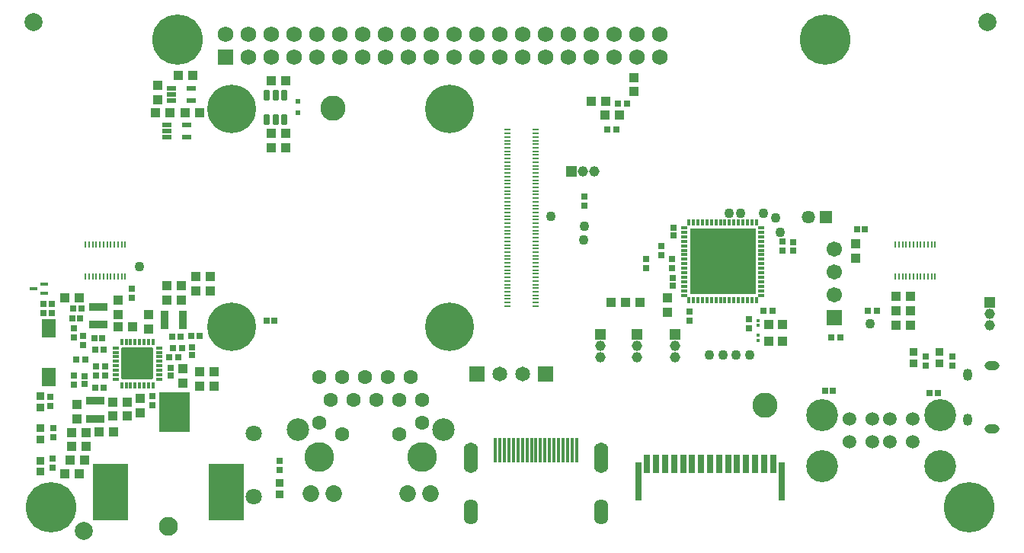
<source format=gts>
G04*
G04 #@! TF.GenerationSoftware,Altium Limited,Altium Designer,20.0.13 (296)*
G04*
G04 Layer_Color=8388736*
%FSLAX44Y44*%
%MOMM*%
G71*
G01*
G75*
%ADD48R,0.7516X0.6516*%
%ADD49R,0.9016X0.9016*%
%ADD50C,1.1016*%
%ADD51R,0.5016X0.5816*%
%ADD52R,1.1016X1.0016*%
%ADD53R,1.0016X1.1016*%
%ADD54R,0.6516X0.7516*%
%ADD55R,0.7216X0.7216*%
%ADD56R,0.7016X4.3016*%
%ADD57R,0.7016X2.1016*%
%ADD58R,3.4016X4.5016*%
%ADD59R,4.0016X6.3016*%
%ADD60R,0.3800X2.7000*%
%ADD61R,0.2500X0.7500*%
G04:AMPARAMS|DCode=62|XSize=0.7016mm|YSize=1.1016mm|CornerRadius=0.1018mm|HoleSize=0mm|Usage=FLASHONLY|Rotation=0.000|XOffset=0mm|YOffset=0mm|HoleType=Round|Shape=RoundedRectangle|*
%AMROUNDEDRECTD62*
21,1,0.7016,0.8980,0,0,0.0*
21,1,0.4980,1.1016,0,0,0.0*
1,1,0.2036,0.2490,-0.4490*
1,1,0.2036,-0.2490,-0.4490*
1,1,0.2036,-0.2490,0.4490*
1,1,0.2036,0.2490,0.4490*
%
%ADD62ROUNDEDRECTD62*%
%ADD63R,0.7916X0.3816*%
%ADD64R,0.3816X0.7916*%
%ADD65R,7.4016X7.4016*%
%ADD66R,1.0000X0.5000*%
G04:AMPARAMS|DCode=67|XSize=0.39mm|YSize=0.74mm|CornerRadius=0.1013mm|HoleSize=0mm|Usage=FLASHONLY|Rotation=180.000|XOffset=0mm|YOffset=0mm|HoleType=Round|Shape=RoundedRectangle|*
%AMROUNDEDRECTD67*
21,1,0.3900,0.5375,0,0,180.0*
21,1,0.1875,0.7400,0,0,180.0*
1,1,0.2025,-0.0938,0.2688*
1,1,0.2025,0.0938,0.2688*
1,1,0.2025,0.0938,-0.2688*
1,1,0.2025,-0.0938,-0.2688*
%
%ADD67ROUNDEDRECTD67*%
G04:AMPARAMS|DCode=68|XSize=0.39mm|YSize=0.74mm|CornerRadius=0.1013mm|HoleSize=0mm|Usage=FLASHONLY|Rotation=270.000|XOffset=0mm|YOffset=0mm|HoleType=Round|Shape=RoundedRectangle|*
%AMROUNDEDRECTD68*
21,1,0.3900,0.5375,0,0,270.0*
21,1,0.1875,0.7400,0,0,270.0*
1,1,0.2025,-0.2688,-0.0938*
1,1,0.2025,-0.2688,0.0938*
1,1,0.2025,0.2688,0.0938*
1,1,0.2025,0.2688,-0.0938*
%
%ADD68ROUNDEDRECTD68*%
G04:AMPARAMS|DCode=69|XSize=3.59mm|YSize=3.59mm|CornerRadius=0.1563mm|HoleSize=0mm|Usage=FLASHONLY|Rotation=180.000|XOffset=0mm|YOffset=0mm|HoleType=Round|Shape=RoundedRectangle|*
%AMROUNDEDRECTD69*
21,1,3.5900,3.2775,0,0,180.0*
21,1,3.2775,3.5900,0,0,180.0*
1,1,0.3125,-1.6388,1.6388*
1,1,0.3125,1.6388,1.6388*
1,1,0.3125,1.6388,-1.6388*
1,1,0.3125,-1.6388,-1.6388*
%
%ADD69ROUNDEDRECTD69*%
%ADD70R,0.8116X0.4016*%
%ADD71R,2.1016X0.9016*%
%ADD72R,0.9016X2.1016*%
%ADD73R,0.8016X0.2816*%
%ADD74C,2.0000*%
%ADD75R,0.4216X0.4616*%
%ADD76R,0.7216X0.7216*%
%ADD77R,1.6016X2.1016*%
%ADD78C,2.8000*%
%ADD79C,1.6016*%
%ADD80C,1.8516*%
%ADD81C,3.3016*%
%ADD82C,2.5016*%
%ADD83R,1.6516X1.6516*%
%ADD84C,1.6516*%
%ADD85C,1.1516*%
%ADD86R,1.1516X1.1516*%
%ADD87R,1.1516X1.1516*%
%ADD88C,1.8016*%
%ADD89C,2.1016*%
%ADD90O,1.6016X2.8016*%
%ADD91O,1.6016X3.4016*%
%ADD92C,3.5516*%
%ADD93C,1.5216*%
%ADD94C,0.5080*%
%ADD95C,5.4000*%
%ADD96C,5.6016*%
%ADD97O,1.6516X1.0016*%
%ADD98O,1.0516X1.3516*%
%ADD99R,1.4696X1.4696*%
%ADD100C,1.4696*%
%ADD101C,1.7516*%
%ADD102R,1.7516X1.7516*%
%ADD103C,1.7016*%
%ADD104R,1.7016X1.7016*%
D48*
X38802Y152734D02*
D03*
Y162734D02*
D03*
X294000Y92000D02*
D03*
Y82000D02*
D03*
X717804Y320374D02*
D03*
Y330374D02*
D03*
X700532Y316150D02*
D03*
Y306150D02*
D03*
X41910Y118444D02*
D03*
Y128444D02*
D03*
X151892Y164004D02*
D03*
Y154004D02*
D03*
X64869Y239000D02*
D03*
Y229000D02*
D03*
X631952Y386000D02*
D03*
Y376000D02*
D03*
X129000Y283000D02*
D03*
Y273000D02*
D03*
X729399Y316556D02*
D03*
Y306556D02*
D03*
X852838Y325672D02*
D03*
Y335672D02*
D03*
X815041Y239717D02*
D03*
Y249717D02*
D03*
X1012000Y198068D02*
D03*
Y208068D02*
D03*
X1041000Y198000D02*
D03*
Y208000D02*
D03*
X749135Y257987D02*
D03*
Y247987D02*
D03*
X41000Y94500D02*
D03*
Y84500D02*
D03*
X75050Y220900D02*
D03*
Y230900D02*
D03*
X65119Y176462D02*
D03*
Y186462D02*
D03*
D49*
X28194Y151230D02*
D03*
Y163730D02*
D03*
X294000Y67250D02*
D03*
Y54750D02*
D03*
X27940Y115670D02*
D03*
Y128170D02*
D03*
X998000Y213250D02*
D03*
Y200750D02*
D03*
X1027000Y213250D02*
D03*
Y200750D02*
D03*
X28000Y92250D02*
D03*
Y79750D02*
D03*
D50*
X631952Y353060D02*
D03*
X631444Y337566D02*
D03*
X137738Y307580D02*
D03*
X595122Y363728D02*
D03*
X816057Y209372D02*
D03*
X801057D02*
D03*
X786057D02*
D03*
X771057D02*
D03*
X831012Y367487D02*
D03*
X805637D02*
D03*
X792810D02*
D03*
X950000Y244000D02*
D03*
X844550Y362458D02*
D03*
X849837Y346056D02*
D03*
D51*
X314198Y478794D02*
D03*
Y491994D02*
D03*
D52*
X185928Y194436D02*
D03*
Y178436D02*
D03*
X220980Y191006D02*
D03*
Y175006D02*
D03*
X687578Y518286D02*
D03*
Y502286D02*
D03*
X978715Y258950D02*
D03*
Y242950D02*
D03*
Y274950D02*
D03*
Y258950D02*
D03*
X994715D02*
D03*
Y242950D02*
D03*
Y274950D02*
D03*
Y258950D02*
D03*
X204724Y191006D02*
D03*
Y175006D02*
D03*
X724916Y257050D02*
D03*
Y273050D02*
D03*
X138684Y161670D02*
D03*
Y145670D02*
D03*
X114000Y255000D02*
D03*
Y271000D02*
D03*
X68015Y138500D02*
D03*
Y154500D02*
D03*
X933958Y317374D02*
D03*
Y333374D02*
D03*
X148053Y254900D02*
D03*
Y238900D02*
D03*
X158496Y493396D02*
D03*
Y509396D02*
D03*
D53*
X639700Y491998D02*
D03*
X655700D02*
D03*
X655448Y476250D02*
D03*
X671448D02*
D03*
X677800Y267970D02*
D03*
X693800D02*
D03*
X677798D02*
D03*
X661798D02*
D03*
X837250Y243250D02*
D03*
X852750Y224750D02*
D03*
Y243250D02*
D03*
X837250Y224750D02*
D03*
X978715Y242950D02*
D03*
X994715D02*
D03*
X978715Y258950D02*
D03*
X994715D02*
D03*
X978715Y274950D02*
D03*
X994715D02*
D03*
X284122Y514092D02*
D03*
X300122D02*
D03*
X284122Y456092D02*
D03*
X300122D02*
D03*
X124500Y142000D02*
D03*
X108500D02*
D03*
X70950Y273577D02*
D03*
X54950D02*
D03*
X184277Y270540D02*
D03*
X168277D02*
D03*
X200278Y296540D02*
D03*
X216278D02*
D03*
X200278Y280540D02*
D03*
X216278D02*
D03*
X184277Y286540D02*
D03*
X168277D02*
D03*
X76960Y93218D02*
D03*
X60960D02*
D03*
X92838Y123952D02*
D03*
X108838D02*
D03*
X78850Y123313D02*
D03*
X62850D02*
D03*
X78850Y108313D02*
D03*
X62850D02*
D03*
X71000Y78000D02*
D03*
X55000D02*
D03*
X188342Y479044D02*
D03*
X204342D02*
D03*
X171576D02*
D03*
X155576D02*
D03*
X300122Y440092D02*
D03*
X284122D02*
D03*
X180722Y520446D02*
D03*
X196722D02*
D03*
X124500Y156987D02*
D03*
X108500D02*
D03*
X130000Y241000D02*
D03*
X114000D02*
D03*
D54*
X679878Y488696D02*
D03*
X669878D02*
D03*
X657686Y460248D02*
D03*
X667686D02*
D03*
X40784Y256287D02*
D03*
X30784D02*
D03*
X89850Y196683D02*
D03*
X99850D02*
D03*
X195000Y231000D02*
D03*
X205000D02*
D03*
X947584Y258649D02*
D03*
X957584D02*
D03*
X30814Y266446D02*
D03*
X40814D02*
D03*
X916900Y229239D02*
D03*
X906900D02*
D03*
X1025562Y167595D02*
D03*
X1015562D02*
D03*
X831260Y258820D02*
D03*
X841260D02*
D03*
X99689Y186683D02*
D03*
X89689D02*
D03*
X175383Y217621D02*
D03*
X185383D02*
D03*
X77797Y204391D02*
D03*
X67797D02*
D03*
X73845Y261127D02*
D03*
X63845D02*
D03*
X171216Y206968D02*
D03*
X181216D02*
D03*
D55*
X287964Y247396D02*
D03*
X278964D02*
D03*
X908623Y169553D02*
D03*
X899622D02*
D03*
X62950Y250000D02*
D03*
X71950D02*
D03*
X96526Y228150D02*
D03*
X87526D02*
D03*
X88652Y215968D02*
D03*
X97652D02*
D03*
X183500Y230000D02*
D03*
X174500D02*
D03*
X935092Y349656D02*
D03*
X944092D02*
D03*
X97858Y172968D02*
D03*
X88858D02*
D03*
D56*
X852000Y69000D02*
D03*
X692000D02*
D03*
D57*
X842000Y89000D02*
D03*
X832000D02*
D03*
X822000D02*
D03*
X812000D02*
D03*
X802000D02*
D03*
X792000D02*
D03*
X782000D02*
D03*
X772000D02*
D03*
X762000D02*
D03*
X752000D02*
D03*
X742000D02*
D03*
X732000D02*
D03*
X722000D02*
D03*
X712000D02*
D03*
X702000D02*
D03*
D58*
X176500Y146500D02*
D03*
D59*
X234500Y57000D02*
D03*
X105500D02*
D03*
D60*
X533500Y103500D02*
D03*
X538500D02*
D03*
X543500D02*
D03*
X548500D02*
D03*
X553500D02*
D03*
X558500D02*
D03*
X563500D02*
D03*
X568500D02*
D03*
X573500D02*
D03*
X578500D02*
D03*
X583500D02*
D03*
X588500D02*
D03*
X593500D02*
D03*
X598500D02*
D03*
X603500D02*
D03*
X608500D02*
D03*
X613500D02*
D03*
X618500D02*
D03*
X623500D02*
D03*
D61*
X1022000Y297250D02*
D03*
X1018000D02*
D03*
X1014000D02*
D03*
X1010000D02*
D03*
X1006000D02*
D03*
X1002000D02*
D03*
X998000D02*
D03*
X994000D02*
D03*
X990000D02*
D03*
X986000D02*
D03*
X982000D02*
D03*
X978000D02*
D03*
X1022000Y332750D02*
D03*
X1018000D02*
D03*
X1014000D02*
D03*
X1010000D02*
D03*
X1006000D02*
D03*
X1002000D02*
D03*
X998000D02*
D03*
X994000D02*
D03*
X990000D02*
D03*
X986000D02*
D03*
X982000D02*
D03*
X978000D02*
D03*
X78000D02*
D03*
X82000D02*
D03*
X86000D02*
D03*
X90000D02*
D03*
X94000D02*
D03*
X98000D02*
D03*
X102000D02*
D03*
X106000D02*
D03*
X110000D02*
D03*
X114000D02*
D03*
X118000D02*
D03*
X122000D02*
D03*
X78000Y297250D02*
D03*
X82000D02*
D03*
X86000D02*
D03*
X90000D02*
D03*
X94000D02*
D03*
X98000D02*
D03*
X102000D02*
D03*
X106000D02*
D03*
X110000D02*
D03*
X114000D02*
D03*
X118000D02*
D03*
X122000D02*
D03*
D62*
X298622Y498842D02*
D03*
X289122D02*
D03*
X279622D02*
D03*
Y471342D02*
D03*
X289122D02*
D03*
X298622D02*
D03*
D63*
X829100Y276056D02*
D03*
Y281056D02*
D03*
Y286056D02*
D03*
Y291056D02*
D03*
Y296056D02*
D03*
Y301056D02*
D03*
Y306056D02*
D03*
Y311056D02*
D03*
Y316056D02*
D03*
Y321056D02*
D03*
Y326056D02*
D03*
Y331056D02*
D03*
Y336056D02*
D03*
Y341056D02*
D03*
Y346056D02*
D03*
Y351056D02*
D03*
X742900D02*
D03*
Y346056D02*
D03*
Y341056D02*
D03*
Y336056D02*
D03*
Y331056D02*
D03*
Y326056D02*
D03*
Y321056D02*
D03*
Y316056D02*
D03*
Y311056D02*
D03*
Y306056D02*
D03*
Y301056D02*
D03*
Y296056D02*
D03*
Y291056D02*
D03*
Y286056D02*
D03*
Y281056D02*
D03*
Y276056D02*
D03*
D64*
X823500Y356656D02*
D03*
X818500D02*
D03*
X813500D02*
D03*
X808500D02*
D03*
X803500D02*
D03*
X798500D02*
D03*
X793500D02*
D03*
X788500D02*
D03*
X783500D02*
D03*
X778500D02*
D03*
X773500D02*
D03*
X768500D02*
D03*
X763500D02*
D03*
X758500D02*
D03*
X753500D02*
D03*
X748500D02*
D03*
Y270456D02*
D03*
X753500D02*
D03*
X758500D02*
D03*
X763500D02*
D03*
X768500D02*
D03*
X773500D02*
D03*
X778500D02*
D03*
X783500D02*
D03*
X788500D02*
D03*
X793500D02*
D03*
X798500D02*
D03*
X803500D02*
D03*
X808500D02*
D03*
X813500D02*
D03*
X818500D02*
D03*
X823500D02*
D03*
D65*
X786000Y313556D02*
D03*
D66*
X168578Y458724D02*
D03*
Y465224D02*
D03*
X190578D02*
D03*
X168578Y452224D02*
D03*
X190578D02*
D03*
X173658Y499364D02*
D03*
Y505864D02*
D03*
X195658D02*
D03*
X173658Y492864D02*
D03*
X195658D02*
D03*
D67*
X153053Y176121D02*
D03*
X148053D02*
D03*
X143053D02*
D03*
X138053D02*
D03*
X133053D02*
D03*
X128053D02*
D03*
X123053D02*
D03*
X118053D02*
D03*
Y224121D02*
D03*
X123053D02*
D03*
X128053D02*
D03*
X133053D02*
D03*
X138053D02*
D03*
X143053D02*
D03*
X148053D02*
D03*
X153053D02*
D03*
D68*
X111553Y182621D02*
D03*
Y187621D02*
D03*
Y192621D02*
D03*
Y197621D02*
D03*
Y202621D02*
D03*
Y207621D02*
D03*
Y212621D02*
D03*
Y217621D02*
D03*
X159553D02*
D03*
Y212621D02*
D03*
Y207621D02*
D03*
Y202621D02*
D03*
Y197621D02*
D03*
Y192621D02*
D03*
Y187621D02*
D03*
Y182621D02*
D03*
D69*
X135553Y200121D02*
D03*
D70*
X20064Y283139D02*
D03*
X32264Y288139D02*
D03*
Y278139D02*
D03*
D71*
X92026Y263427D02*
D03*
Y243427D02*
D03*
X88724Y138987D02*
D03*
Y158987D02*
D03*
D72*
X185711Y248540D02*
D03*
X165711D02*
D03*
D73*
X547000Y264000D02*
D03*
Y268000D02*
D03*
Y272000D02*
D03*
Y276000D02*
D03*
Y280000D02*
D03*
Y284000D02*
D03*
Y288000D02*
D03*
Y292000D02*
D03*
Y296000D02*
D03*
Y300000D02*
D03*
Y304000D02*
D03*
Y308000D02*
D03*
Y312000D02*
D03*
Y316000D02*
D03*
Y320000D02*
D03*
Y324000D02*
D03*
Y328000D02*
D03*
Y332000D02*
D03*
Y336000D02*
D03*
Y340000D02*
D03*
Y344000D02*
D03*
Y348000D02*
D03*
Y352000D02*
D03*
Y356000D02*
D03*
Y360000D02*
D03*
Y364000D02*
D03*
Y368000D02*
D03*
Y372000D02*
D03*
Y376000D02*
D03*
Y380000D02*
D03*
Y384000D02*
D03*
Y388000D02*
D03*
Y392000D02*
D03*
Y396000D02*
D03*
Y400000D02*
D03*
Y404000D02*
D03*
Y408000D02*
D03*
Y412000D02*
D03*
Y416000D02*
D03*
Y420000D02*
D03*
Y424000D02*
D03*
Y428000D02*
D03*
Y432000D02*
D03*
Y436000D02*
D03*
Y440000D02*
D03*
Y444000D02*
D03*
Y448000D02*
D03*
Y452000D02*
D03*
Y456000D02*
D03*
Y460000D02*
D03*
X577800Y264000D02*
D03*
Y268000D02*
D03*
Y272000D02*
D03*
Y276000D02*
D03*
Y280000D02*
D03*
Y284000D02*
D03*
Y288000D02*
D03*
Y292000D02*
D03*
Y296000D02*
D03*
Y300000D02*
D03*
Y304000D02*
D03*
Y308000D02*
D03*
Y312000D02*
D03*
Y316000D02*
D03*
Y320000D02*
D03*
Y324000D02*
D03*
Y328000D02*
D03*
Y332000D02*
D03*
Y336000D02*
D03*
Y340000D02*
D03*
Y344000D02*
D03*
Y348000D02*
D03*
Y352000D02*
D03*
Y356000D02*
D03*
Y360000D02*
D03*
Y364000D02*
D03*
Y368000D02*
D03*
Y372000D02*
D03*
Y376000D02*
D03*
Y380000D02*
D03*
Y384000D02*
D03*
Y388000D02*
D03*
Y392000D02*
D03*
Y396000D02*
D03*
Y400000D02*
D03*
Y404000D02*
D03*
Y408000D02*
D03*
Y412000D02*
D03*
Y416000D02*
D03*
Y420000D02*
D03*
Y424000D02*
D03*
Y428000D02*
D03*
Y432000D02*
D03*
Y436000D02*
D03*
Y440000D02*
D03*
Y444000D02*
D03*
Y448000D02*
D03*
Y452000D02*
D03*
Y456000D02*
D03*
Y460000D02*
D03*
D74*
X20000Y580000D02*
D03*
X1080000D02*
D03*
X75946Y14224D02*
D03*
D75*
X825000Y231500D02*
D03*
Y225900D02*
D03*
Y242500D02*
D03*
Y248100D02*
D03*
D76*
X864317Y326120D02*
D03*
Y335120D02*
D03*
X730500Y295556D02*
D03*
Y286556D02*
D03*
X76850Y177183D02*
D03*
Y186183D02*
D03*
X196000Y209500D02*
D03*
Y218500D02*
D03*
X731000Y351500D02*
D03*
Y342500D02*
D03*
X172633Y195592D02*
D03*
Y186592D02*
D03*
D77*
X37084Y185344D02*
D03*
Y239344D02*
D03*
D78*
X353000Y484000D02*
D03*
X833000Y154000D02*
D03*
D79*
X350550Y159500D02*
D03*
X375950D02*
D03*
X401350D02*
D03*
X426750D02*
D03*
X452150D02*
D03*
X439450Y184900D02*
D03*
X414050D02*
D03*
X388650D02*
D03*
X363250D02*
D03*
X337850D02*
D03*
X452150Y134300D02*
D03*
X426750Y121600D02*
D03*
X363250D02*
D03*
X337850Y134300D02*
D03*
D80*
X461300Y55400D02*
D03*
X435900D02*
D03*
X354100D02*
D03*
X328700D02*
D03*
D81*
X452150Y96000D02*
D03*
X337850D02*
D03*
D82*
X475645Y126500D02*
D03*
X314355D02*
D03*
D83*
X513300Y188332D02*
D03*
X589500D02*
D03*
D84*
X538700D02*
D03*
X564100D02*
D03*
D85*
X643382Y413512D02*
D03*
X630682D02*
D03*
X649986Y219492D02*
D03*
Y206792D02*
D03*
X732812Y219492D02*
D03*
Y206792D02*
D03*
X690372Y207010D02*
D03*
Y219710D02*
D03*
X1082607Y255826D02*
D03*
Y243126D02*
D03*
D86*
X617982Y413512D02*
D03*
D87*
X649986Y232192D02*
D03*
X732812D02*
D03*
X690372Y232410D02*
D03*
X1082607Y268526D02*
D03*
D88*
X265026Y122164D02*
D03*
Y52164D02*
D03*
D89*
X170000Y19000D02*
D03*
D90*
X506000Y35500D02*
D03*
X651000D02*
D03*
D91*
Y95500D02*
D03*
X506000Y95500D02*
D03*
D92*
X896300Y85700D02*
D03*
X1027700D02*
D03*
Y142500D02*
D03*
X896300D02*
D03*
D93*
X927000Y112800D02*
D03*
X997000D02*
D03*
X952000D02*
D03*
X972000D02*
D03*
X952000Y139000D02*
D03*
X972000D02*
D03*
X997000D02*
D03*
X927000D02*
D03*
D94*
X135553Y214871D02*
D03*
X120803Y200121D02*
D03*
X150303D02*
D03*
X135553Y185371D02*
D03*
D95*
X482400Y483000D02*
D03*
X240400Y241000D02*
D03*
Y483000D02*
D03*
X482400Y241000D02*
D03*
D96*
X1060000Y40000D02*
D03*
X40000D02*
D03*
X180000Y560000D02*
D03*
X900000D02*
D03*
D97*
X1085500Y198000D02*
D03*
Y128000D02*
D03*
D98*
X1058500Y188000D02*
D03*
Y138000D02*
D03*
D99*
X901000Y363000D02*
D03*
D100*
X881000D02*
D03*
D101*
X716280Y566420D02*
D03*
X690880D02*
D03*
X665480D02*
D03*
X716280Y541020D02*
D03*
X690880D02*
D03*
X665480D02*
D03*
X614680Y566420D02*
D03*
Y541020D02*
D03*
X563880Y566420D02*
D03*
Y541020D02*
D03*
X513080Y566420D02*
D03*
Y541020D02*
D03*
X487680Y566420D02*
D03*
Y541020D02*
D03*
X436880Y566420D02*
D03*
Y541020D02*
D03*
X386080Y566420D02*
D03*
Y541020D02*
D03*
X309880Y566420D02*
D03*
Y541020D02*
D03*
X284480Y566420D02*
D03*
Y541020D02*
D03*
X233680Y566420D02*
D03*
X259080Y541020D02*
D03*
Y566420D02*
D03*
X335280Y541020D02*
D03*
Y566420D02*
D03*
X360680Y541020D02*
D03*
Y566420D02*
D03*
X411480Y541020D02*
D03*
Y566420D02*
D03*
X462280Y541020D02*
D03*
Y566420D02*
D03*
X538480Y541020D02*
D03*
Y566420D02*
D03*
X589280Y541020D02*
D03*
Y566420D02*
D03*
X640080Y541020D02*
D03*
Y566420D02*
D03*
D102*
X233680Y541020D02*
D03*
D103*
X909708Y276713D02*
D03*
Y302113D02*
D03*
Y327513D02*
D03*
D104*
Y251313D02*
D03*
M02*

</source>
